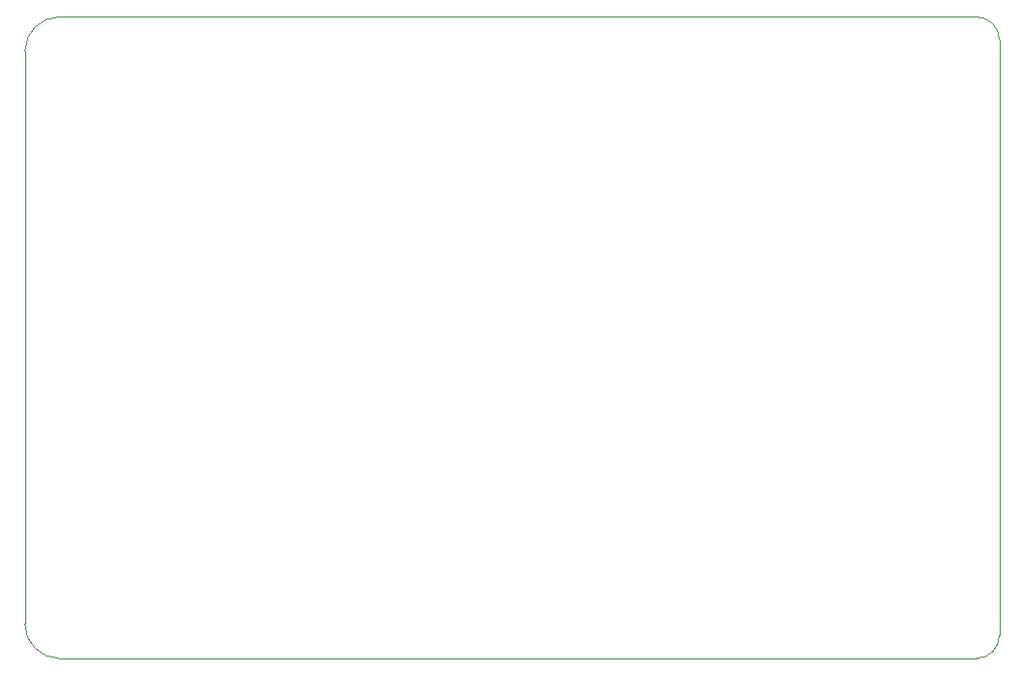
<source format=gm1>
G04 #@! TF.GenerationSoftware,KiCad,Pcbnew,7.0.9*
G04 #@! TF.CreationDate,2023-11-08T23:19:24+02:00*
G04 #@! TF.ProjectId,CubeSAT,43756265-5341-4542-9e6b-696361645f70,rev?*
G04 #@! TF.SameCoordinates,Original*
G04 #@! TF.FileFunction,Profile,NP*
%FSLAX46Y46*%
G04 Gerber Fmt 4.6, Leading zero omitted, Abs format (unit mm)*
G04 Created by KiCad (PCBNEW 7.0.9) date 2023-11-08 23:19:24*
%MOMM*%
%LPD*%
G01*
G04 APERTURE LIST*
G04 #@! TA.AperFunction,Profile*
%ADD10C,0.100000*%
G04 #@! TD*
G04 APERTURE END LIST*
D10*
X265000000Y-62000000D02*
X265000000Y-114000000D01*
X265000000Y-62000000D02*
G75*
G03*
X263000000Y-60000000I-2000000J0D01*
G01*
X183000000Y-60000000D02*
G75*
G03*
X180000000Y-63000000I0J-3000000D01*
G01*
X183000000Y-60000000D02*
X263000000Y-60000000D01*
X180000000Y-113000000D02*
G75*
G03*
X183000000Y-116000000I3000000J0D01*
G01*
X263000000Y-116000000D02*
X183000000Y-116000000D01*
X263000000Y-116000000D02*
G75*
G03*
X265000000Y-114000000I0J2000000D01*
G01*
X180000000Y-113000000D02*
X180000000Y-63000000D01*
M02*

</source>
